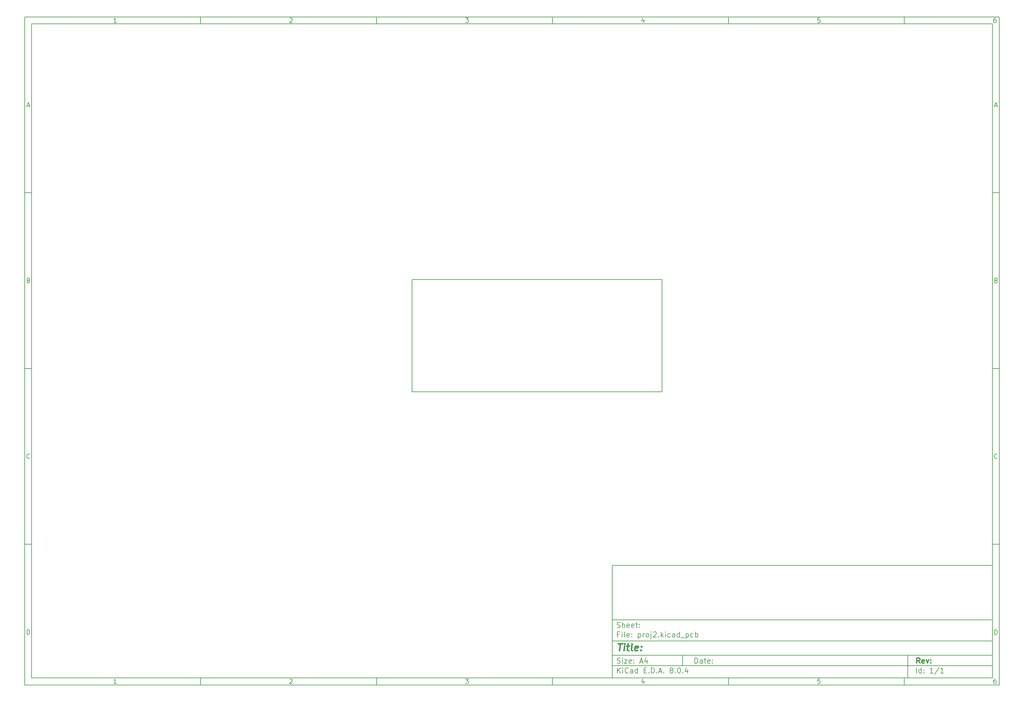
<source format=gbr>
%TF.GenerationSoftware,KiCad,Pcbnew,8.0.4*%
%TF.CreationDate,2024-08-19T20:12:36-04:00*%
%TF.ProjectId,proj2,70726f6a-322e-46b6-9963-61645f706362,rev?*%
%TF.SameCoordinates,Original*%
%TF.FileFunction,Profile,NP*%
%FSLAX46Y46*%
G04 Gerber Fmt 4.6, Leading zero omitted, Abs format (unit mm)*
G04 Created by KiCad (PCBNEW 8.0.4) date 2024-08-19 20:12:36*
%MOMM*%
%LPD*%
G01*
G04 APERTURE LIST*
%ADD10C,0.100000*%
%ADD11C,0.150000*%
%ADD12C,0.300000*%
%ADD13C,0.400000*%
%TA.AperFunction,Profile*%
%ADD14C,0.200000*%
%TD*%
G04 APERTURE END LIST*
D10*
D11*
X177002200Y-166007200D02*
X285002200Y-166007200D01*
X285002200Y-198007200D01*
X177002200Y-198007200D01*
X177002200Y-166007200D01*
D10*
D11*
X10000000Y-10000000D02*
X287002200Y-10000000D01*
X287002200Y-200007200D01*
X10000000Y-200007200D01*
X10000000Y-10000000D01*
D10*
D11*
X12000000Y-12000000D02*
X285002200Y-12000000D01*
X285002200Y-198007200D01*
X12000000Y-198007200D01*
X12000000Y-12000000D01*
D10*
D11*
X60000000Y-12000000D02*
X60000000Y-10000000D01*
D10*
D11*
X110000000Y-12000000D02*
X110000000Y-10000000D01*
D10*
D11*
X160000000Y-12000000D02*
X160000000Y-10000000D01*
D10*
D11*
X210000000Y-12000000D02*
X210000000Y-10000000D01*
D10*
D11*
X260000000Y-12000000D02*
X260000000Y-10000000D01*
D10*
D11*
X36089160Y-11593604D02*
X35346303Y-11593604D01*
X35717731Y-11593604D02*
X35717731Y-10293604D01*
X35717731Y-10293604D02*
X35593922Y-10479319D01*
X35593922Y-10479319D02*
X35470112Y-10603128D01*
X35470112Y-10603128D02*
X35346303Y-10665033D01*
D10*
D11*
X85346303Y-10417414D02*
X85408207Y-10355509D01*
X85408207Y-10355509D02*
X85532017Y-10293604D01*
X85532017Y-10293604D02*
X85841541Y-10293604D01*
X85841541Y-10293604D02*
X85965350Y-10355509D01*
X85965350Y-10355509D02*
X86027255Y-10417414D01*
X86027255Y-10417414D02*
X86089160Y-10541223D01*
X86089160Y-10541223D02*
X86089160Y-10665033D01*
X86089160Y-10665033D02*
X86027255Y-10850747D01*
X86027255Y-10850747D02*
X85284398Y-11593604D01*
X85284398Y-11593604D02*
X86089160Y-11593604D01*
D10*
D11*
X135284398Y-10293604D02*
X136089160Y-10293604D01*
X136089160Y-10293604D02*
X135655826Y-10788842D01*
X135655826Y-10788842D02*
X135841541Y-10788842D01*
X135841541Y-10788842D02*
X135965350Y-10850747D01*
X135965350Y-10850747D02*
X136027255Y-10912652D01*
X136027255Y-10912652D02*
X136089160Y-11036461D01*
X136089160Y-11036461D02*
X136089160Y-11345985D01*
X136089160Y-11345985D02*
X136027255Y-11469795D01*
X136027255Y-11469795D02*
X135965350Y-11531700D01*
X135965350Y-11531700D02*
X135841541Y-11593604D01*
X135841541Y-11593604D02*
X135470112Y-11593604D01*
X135470112Y-11593604D02*
X135346303Y-11531700D01*
X135346303Y-11531700D02*
X135284398Y-11469795D01*
D10*
D11*
X185965350Y-10726938D02*
X185965350Y-11593604D01*
X185655826Y-10231700D02*
X185346303Y-11160271D01*
X185346303Y-11160271D02*
X186151064Y-11160271D01*
D10*
D11*
X236027255Y-10293604D02*
X235408207Y-10293604D01*
X235408207Y-10293604D02*
X235346303Y-10912652D01*
X235346303Y-10912652D02*
X235408207Y-10850747D01*
X235408207Y-10850747D02*
X235532017Y-10788842D01*
X235532017Y-10788842D02*
X235841541Y-10788842D01*
X235841541Y-10788842D02*
X235965350Y-10850747D01*
X235965350Y-10850747D02*
X236027255Y-10912652D01*
X236027255Y-10912652D02*
X236089160Y-11036461D01*
X236089160Y-11036461D02*
X236089160Y-11345985D01*
X236089160Y-11345985D02*
X236027255Y-11469795D01*
X236027255Y-11469795D02*
X235965350Y-11531700D01*
X235965350Y-11531700D02*
X235841541Y-11593604D01*
X235841541Y-11593604D02*
X235532017Y-11593604D01*
X235532017Y-11593604D02*
X235408207Y-11531700D01*
X235408207Y-11531700D02*
X235346303Y-11469795D01*
D10*
D11*
X285965350Y-10293604D02*
X285717731Y-10293604D01*
X285717731Y-10293604D02*
X285593922Y-10355509D01*
X285593922Y-10355509D02*
X285532017Y-10417414D01*
X285532017Y-10417414D02*
X285408207Y-10603128D01*
X285408207Y-10603128D02*
X285346303Y-10850747D01*
X285346303Y-10850747D02*
X285346303Y-11345985D01*
X285346303Y-11345985D02*
X285408207Y-11469795D01*
X285408207Y-11469795D02*
X285470112Y-11531700D01*
X285470112Y-11531700D02*
X285593922Y-11593604D01*
X285593922Y-11593604D02*
X285841541Y-11593604D01*
X285841541Y-11593604D02*
X285965350Y-11531700D01*
X285965350Y-11531700D02*
X286027255Y-11469795D01*
X286027255Y-11469795D02*
X286089160Y-11345985D01*
X286089160Y-11345985D02*
X286089160Y-11036461D01*
X286089160Y-11036461D02*
X286027255Y-10912652D01*
X286027255Y-10912652D02*
X285965350Y-10850747D01*
X285965350Y-10850747D02*
X285841541Y-10788842D01*
X285841541Y-10788842D02*
X285593922Y-10788842D01*
X285593922Y-10788842D02*
X285470112Y-10850747D01*
X285470112Y-10850747D02*
X285408207Y-10912652D01*
X285408207Y-10912652D02*
X285346303Y-11036461D01*
D10*
D11*
X60000000Y-198007200D02*
X60000000Y-200007200D01*
D10*
D11*
X110000000Y-198007200D02*
X110000000Y-200007200D01*
D10*
D11*
X160000000Y-198007200D02*
X160000000Y-200007200D01*
D10*
D11*
X210000000Y-198007200D02*
X210000000Y-200007200D01*
D10*
D11*
X260000000Y-198007200D02*
X260000000Y-200007200D01*
D10*
D11*
X36089160Y-199600804D02*
X35346303Y-199600804D01*
X35717731Y-199600804D02*
X35717731Y-198300804D01*
X35717731Y-198300804D02*
X35593922Y-198486519D01*
X35593922Y-198486519D02*
X35470112Y-198610328D01*
X35470112Y-198610328D02*
X35346303Y-198672233D01*
D10*
D11*
X85346303Y-198424614D02*
X85408207Y-198362709D01*
X85408207Y-198362709D02*
X85532017Y-198300804D01*
X85532017Y-198300804D02*
X85841541Y-198300804D01*
X85841541Y-198300804D02*
X85965350Y-198362709D01*
X85965350Y-198362709D02*
X86027255Y-198424614D01*
X86027255Y-198424614D02*
X86089160Y-198548423D01*
X86089160Y-198548423D02*
X86089160Y-198672233D01*
X86089160Y-198672233D02*
X86027255Y-198857947D01*
X86027255Y-198857947D02*
X85284398Y-199600804D01*
X85284398Y-199600804D02*
X86089160Y-199600804D01*
D10*
D11*
X135284398Y-198300804D02*
X136089160Y-198300804D01*
X136089160Y-198300804D02*
X135655826Y-198796042D01*
X135655826Y-198796042D02*
X135841541Y-198796042D01*
X135841541Y-198796042D02*
X135965350Y-198857947D01*
X135965350Y-198857947D02*
X136027255Y-198919852D01*
X136027255Y-198919852D02*
X136089160Y-199043661D01*
X136089160Y-199043661D02*
X136089160Y-199353185D01*
X136089160Y-199353185D02*
X136027255Y-199476995D01*
X136027255Y-199476995D02*
X135965350Y-199538900D01*
X135965350Y-199538900D02*
X135841541Y-199600804D01*
X135841541Y-199600804D02*
X135470112Y-199600804D01*
X135470112Y-199600804D02*
X135346303Y-199538900D01*
X135346303Y-199538900D02*
X135284398Y-199476995D01*
D10*
D11*
X185965350Y-198734138D02*
X185965350Y-199600804D01*
X185655826Y-198238900D02*
X185346303Y-199167471D01*
X185346303Y-199167471D02*
X186151064Y-199167471D01*
D10*
D11*
X236027255Y-198300804D02*
X235408207Y-198300804D01*
X235408207Y-198300804D02*
X235346303Y-198919852D01*
X235346303Y-198919852D02*
X235408207Y-198857947D01*
X235408207Y-198857947D02*
X235532017Y-198796042D01*
X235532017Y-198796042D02*
X235841541Y-198796042D01*
X235841541Y-198796042D02*
X235965350Y-198857947D01*
X235965350Y-198857947D02*
X236027255Y-198919852D01*
X236027255Y-198919852D02*
X236089160Y-199043661D01*
X236089160Y-199043661D02*
X236089160Y-199353185D01*
X236089160Y-199353185D02*
X236027255Y-199476995D01*
X236027255Y-199476995D02*
X235965350Y-199538900D01*
X235965350Y-199538900D02*
X235841541Y-199600804D01*
X235841541Y-199600804D02*
X235532017Y-199600804D01*
X235532017Y-199600804D02*
X235408207Y-199538900D01*
X235408207Y-199538900D02*
X235346303Y-199476995D01*
D10*
D11*
X285965350Y-198300804D02*
X285717731Y-198300804D01*
X285717731Y-198300804D02*
X285593922Y-198362709D01*
X285593922Y-198362709D02*
X285532017Y-198424614D01*
X285532017Y-198424614D02*
X285408207Y-198610328D01*
X285408207Y-198610328D02*
X285346303Y-198857947D01*
X285346303Y-198857947D02*
X285346303Y-199353185D01*
X285346303Y-199353185D02*
X285408207Y-199476995D01*
X285408207Y-199476995D02*
X285470112Y-199538900D01*
X285470112Y-199538900D02*
X285593922Y-199600804D01*
X285593922Y-199600804D02*
X285841541Y-199600804D01*
X285841541Y-199600804D02*
X285965350Y-199538900D01*
X285965350Y-199538900D02*
X286027255Y-199476995D01*
X286027255Y-199476995D02*
X286089160Y-199353185D01*
X286089160Y-199353185D02*
X286089160Y-199043661D01*
X286089160Y-199043661D02*
X286027255Y-198919852D01*
X286027255Y-198919852D02*
X285965350Y-198857947D01*
X285965350Y-198857947D02*
X285841541Y-198796042D01*
X285841541Y-198796042D02*
X285593922Y-198796042D01*
X285593922Y-198796042D02*
X285470112Y-198857947D01*
X285470112Y-198857947D02*
X285408207Y-198919852D01*
X285408207Y-198919852D02*
X285346303Y-199043661D01*
D10*
D11*
X10000000Y-60000000D02*
X12000000Y-60000000D01*
D10*
D11*
X10000000Y-110000000D02*
X12000000Y-110000000D01*
D10*
D11*
X10000000Y-160000000D02*
X12000000Y-160000000D01*
D10*
D11*
X10690476Y-35222176D02*
X11309523Y-35222176D01*
X10566666Y-35593604D02*
X10999999Y-34293604D01*
X10999999Y-34293604D02*
X11433333Y-35593604D01*
D10*
D11*
X11092857Y-84912652D02*
X11278571Y-84974557D01*
X11278571Y-84974557D02*
X11340476Y-85036461D01*
X11340476Y-85036461D02*
X11402380Y-85160271D01*
X11402380Y-85160271D02*
X11402380Y-85345985D01*
X11402380Y-85345985D02*
X11340476Y-85469795D01*
X11340476Y-85469795D02*
X11278571Y-85531700D01*
X11278571Y-85531700D02*
X11154761Y-85593604D01*
X11154761Y-85593604D02*
X10659523Y-85593604D01*
X10659523Y-85593604D02*
X10659523Y-84293604D01*
X10659523Y-84293604D02*
X11092857Y-84293604D01*
X11092857Y-84293604D02*
X11216666Y-84355509D01*
X11216666Y-84355509D02*
X11278571Y-84417414D01*
X11278571Y-84417414D02*
X11340476Y-84541223D01*
X11340476Y-84541223D02*
X11340476Y-84665033D01*
X11340476Y-84665033D02*
X11278571Y-84788842D01*
X11278571Y-84788842D02*
X11216666Y-84850747D01*
X11216666Y-84850747D02*
X11092857Y-84912652D01*
X11092857Y-84912652D02*
X10659523Y-84912652D01*
D10*
D11*
X11402380Y-135469795D02*
X11340476Y-135531700D01*
X11340476Y-135531700D02*
X11154761Y-135593604D01*
X11154761Y-135593604D02*
X11030952Y-135593604D01*
X11030952Y-135593604D02*
X10845238Y-135531700D01*
X10845238Y-135531700D02*
X10721428Y-135407890D01*
X10721428Y-135407890D02*
X10659523Y-135284080D01*
X10659523Y-135284080D02*
X10597619Y-135036461D01*
X10597619Y-135036461D02*
X10597619Y-134850747D01*
X10597619Y-134850747D02*
X10659523Y-134603128D01*
X10659523Y-134603128D02*
X10721428Y-134479319D01*
X10721428Y-134479319D02*
X10845238Y-134355509D01*
X10845238Y-134355509D02*
X11030952Y-134293604D01*
X11030952Y-134293604D02*
X11154761Y-134293604D01*
X11154761Y-134293604D02*
X11340476Y-134355509D01*
X11340476Y-134355509D02*
X11402380Y-134417414D01*
D10*
D11*
X10659523Y-185593604D02*
X10659523Y-184293604D01*
X10659523Y-184293604D02*
X10969047Y-184293604D01*
X10969047Y-184293604D02*
X11154761Y-184355509D01*
X11154761Y-184355509D02*
X11278571Y-184479319D01*
X11278571Y-184479319D02*
X11340476Y-184603128D01*
X11340476Y-184603128D02*
X11402380Y-184850747D01*
X11402380Y-184850747D02*
X11402380Y-185036461D01*
X11402380Y-185036461D02*
X11340476Y-185284080D01*
X11340476Y-185284080D02*
X11278571Y-185407890D01*
X11278571Y-185407890D02*
X11154761Y-185531700D01*
X11154761Y-185531700D02*
X10969047Y-185593604D01*
X10969047Y-185593604D02*
X10659523Y-185593604D01*
D10*
D11*
X287002200Y-60000000D02*
X285002200Y-60000000D01*
D10*
D11*
X287002200Y-110000000D02*
X285002200Y-110000000D01*
D10*
D11*
X287002200Y-160000000D02*
X285002200Y-160000000D01*
D10*
D11*
X285692676Y-35222176D02*
X286311723Y-35222176D01*
X285568866Y-35593604D02*
X286002199Y-34293604D01*
X286002199Y-34293604D02*
X286435533Y-35593604D01*
D10*
D11*
X286095057Y-84912652D02*
X286280771Y-84974557D01*
X286280771Y-84974557D02*
X286342676Y-85036461D01*
X286342676Y-85036461D02*
X286404580Y-85160271D01*
X286404580Y-85160271D02*
X286404580Y-85345985D01*
X286404580Y-85345985D02*
X286342676Y-85469795D01*
X286342676Y-85469795D02*
X286280771Y-85531700D01*
X286280771Y-85531700D02*
X286156961Y-85593604D01*
X286156961Y-85593604D02*
X285661723Y-85593604D01*
X285661723Y-85593604D02*
X285661723Y-84293604D01*
X285661723Y-84293604D02*
X286095057Y-84293604D01*
X286095057Y-84293604D02*
X286218866Y-84355509D01*
X286218866Y-84355509D02*
X286280771Y-84417414D01*
X286280771Y-84417414D02*
X286342676Y-84541223D01*
X286342676Y-84541223D02*
X286342676Y-84665033D01*
X286342676Y-84665033D02*
X286280771Y-84788842D01*
X286280771Y-84788842D02*
X286218866Y-84850747D01*
X286218866Y-84850747D02*
X286095057Y-84912652D01*
X286095057Y-84912652D02*
X285661723Y-84912652D01*
D10*
D11*
X286404580Y-135469795D02*
X286342676Y-135531700D01*
X286342676Y-135531700D02*
X286156961Y-135593604D01*
X286156961Y-135593604D02*
X286033152Y-135593604D01*
X286033152Y-135593604D02*
X285847438Y-135531700D01*
X285847438Y-135531700D02*
X285723628Y-135407890D01*
X285723628Y-135407890D02*
X285661723Y-135284080D01*
X285661723Y-135284080D02*
X285599819Y-135036461D01*
X285599819Y-135036461D02*
X285599819Y-134850747D01*
X285599819Y-134850747D02*
X285661723Y-134603128D01*
X285661723Y-134603128D02*
X285723628Y-134479319D01*
X285723628Y-134479319D02*
X285847438Y-134355509D01*
X285847438Y-134355509D02*
X286033152Y-134293604D01*
X286033152Y-134293604D02*
X286156961Y-134293604D01*
X286156961Y-134293604D02*
X286342676Y-134355509D01*
X286342676Y-134355509D02*
X286404580Y-134417414D01*
D10*
D11*
X285661723Y-185593604D02*
X285661723Y-184293604D01*
X285661723Y-184293604D02*
X285971247Y-184293604D01*
X285971247Y-184293604D02*
X286156961Y-184355509D01*
X286156961Y-184355509D02*
X286280771Y-184479319D01*
X286280771Y-184479319D02*
X286342676Y-184603128D01*
X286342676Y-184603128D02*
X286404580Y-184850747D01*
X286404580Y-184850747D02*
X286404580Y-185036461D01*
X286404580Y-185036461D02*
X286342676Y-185284080D01*
X286342676Y-185284080D02*
X286280771Y-185407890D01*
X286280771Y-185407890D02*
X286156961Y-185531700D01*
X286156961Y-185531700D02*
X285971247Y-185593604D01*
X285971247Y-185593604D02*
X285661723Y-185593604D01*
D10*
D11*
X200458026Y-193793328D02*
X200458026Y-192293328D01*
X200458026Y-192293328D02*
X200815169Y-192293328D01*
X200815169Y-192293328D02*
X201029455Y-192364757D01*
X201029455Y-192364757D02*
X201172312Y-192507614D01*
X201172312Y-192507614D02*
X201243741Y-192650471D01*
X201243741Y-192650471D02*
X201315169Y-192936185D01*
X201315169Y-192936185D02*
X201315169Y-193150471D01*
X201315169Y-193150471D02*
X201243741Y-193436185D01*
X201243741Y-193436185D02*
X201172312Y-193579042D01*
X201172312Y-193579042D02*
X201029455Y-193721900D01*
X201029455Y-193721900D02*
X200815169Y-193793328D01*
X200815169Y-193793328D02*
X200458026Y-193793328D01*
X202600884Y-193793328D02*
X202600884Y-193007614D01*
X202600884Y-193007614D02*
X202529455Y-192864757D01*
X202529455Y-192864757D02*
X202386598Y-192793328D01*
X202386598Y-192793328D02*
X202100884Y-192793328D01*
X202100884Y-192793328D02*
X201958026Y-192864757D01*
X202600884Y-193721900D02*
X202458026Y-193793328D01*
X202458026Y-193793328D02*
X202100884Y-193793328D01*
X202100884Y-193793328D02*
X201958026Y-193721900D01*
X201958026Y-193721900D02*
X201886598Y-193579042D01*
X201886598Y-193579042D02*
X201886598Y-193436185D01*
X201886598Y-193436185D02*
X201958026Y-193293328D01*
X201958026Y-193293328D02*
X202100884Y-193221900D01*
X202100884Y-193221900D02*
X202458026Y-193221900D01*
X202458026Y-193221900D02*
X202600884Y-193150471D01*
X203100884Y-192793328D02*
X203672312Y-192793328D01*
X203315169Y-192293328D02*
X203315169Y-193579042D01*
X203315169Y-193579042D02*
X203386598Y-193721900D01*
X203386598Y-193721900D02*
X203529455Y-193793328D01*
X203529455Y-193793328D02*
X203672312Y-193793328D01*
X204743741Y-193721900D02*
X204600884Y-193793328D01*
X204600884Y-193793328D02*
X204315170Y-193793328D01*
X204315170Y-193793328D02*
X204172312Y-193721900D01*
X204172312Y-193721900D02*
X204100884Y-193579042D01*
X204100884Y-193579042D02*
X204100884Y-193007614D01*
X204100884Y-193007614D02*
X204172312Y-192864757D01*
X204172312Y-192864757D02*
X204315170Y-192793328D01*
X204315170Y-192793328D02*
X204600884Y-192793328D01*
X204600884Y-192793328D02*
X204743741Y-192864757D01*
X204743741Y-192864757D02*
X204815170Y-193007614D01*
X204815170Y-193007614D02*
X204815170Y-193150471D01*
X204815170Y-193150471D02*
X204100884Y-193293328D01*
X205458026Y-193650471D02*
X205529455Y-193721900D01*
X205529455Y-193721900D02*
X205458026Y-193793328D01*
X205458026Y-193793328D02*
X205386598Y-193721900D01*
X205386598Y-193721900D02*
X205458026Y-193650471D01*
X205458026Y-193650471D02*
X205458026Y-193793328D01*
X205458026Y-192864757D02*
X205529455Y-192936185D01*
X205529455Y-192936185D02*
X205458026Y-193007614D01*
X205458026Y-193007614D02*
X205386598Y-192936185D01*
X205386598Y-192936185D02*
X205458026Y-192864757D01*
X205458026Y-192864757D02*
X205458026Y-193007614D01*
D10*
D11*
X177002200Y-194507200D02*
X285002200Y-194507200D01*
D10*
D11*
X178458026Y-196593328D02*
X178458026Y-195093328D01*
X179315169Y-196593328D02*
X178672312Y-195736185D01*
X179315169Y-195093328D02*
X178458026Y-195950471D01*
X179958026Y-196593328D02*
X179958026Y-195593328D01*
X179958026Y-195093328D02*
X179886598Y-195164757D01*
X179886598Y-195164757D02*
X179958026Y-195236185D01*
X179958026Y-195236185D02*
X180029455Y-195164757D01*
X180029455Y-195164757D02*
X179958026Y-195093328D01*
X179958026Y-195093328D02*
X179958026Y-195236185D01*
X181529455Y-196450471D02*
X181458027Y-196521900D01*
X181458027Y-196521900D02*
X181243741Y-196593328D01*
X181243741Y-196593328D02*
X181100884Y-196593328D01*
X181100884Y-196593328D02*
X180886598Y-196521900D01*
X180886598Y-196521900D02*
X180743741Y-196379042D01*
X180743741Y-196379042D02*
X180672312Y-196236185D01*
X180672312Y-196236185D02*
X180600884Y-195950471D01*
X180600884Y-195950471D02*
X180600884Y-195736185D01*
X180600884Y-195736185D02*
X180672312Y-195450471D01*
X180672312Y-195450471D02*
X180743741Y-195307614D01*
X180743741Y-195307614D02*
X180886598Y-195164757D01*
X180886598Y-195164757D02*
X181100884Y-195093328D01*
X181100884Y-195093328D02*
X181243741Y-195093328D01*
X181243741Y-195093328D02*
X181458027Y-195164757D01*
X181458027Y-195164757D02*
X181529455Y-195236185D01*
X182815170Y-196593328D02*
X182815170Y-195807614D01*
X182815170Y-195807614D02*
X182743741Y-195664757D01*
X182743741Y-195664757D02*
X182600884Y-195593328D01*
X182600884Y-195593328D02*
X182315170Y-195593328D01*
X182315170Y-195593328D02*
X182172312Y-195664757D01*
X182815170Y-196521900D02*
X182672312Y-196593328D01*
X182672312Y-196593328D02*
X182315170Y-196593328D01*
X182315170Y-196593328D02*
X182172312Y-196521900D01*
X182172312Y-196521900D02*
X182100884Y-196379042D01*
X182100884Y-196379042D02*
X182100884Y-196236185D01*
X182100884Y-196236185D02*
X182172312Y-196093328D01*
X182172312Y-196093328D02*
X182315170Y-196021900D01*
X182315170Y-196021900D02*
X182672312Y-196021900D01*
X182672312Y-196021900D02*
X182815170Y-195950471D01*
X184172313Y-196593328D02*
X184172313Y-195093328D01*
X184172313Y-196521900D02*
X184029455Y-196593328D01*
X184029455Y-196593328D02*
X183743741Y-196593328D01*
X183743741Y-196593328D02*
X183600884Y-196521900D01*
X183600884Y-196521900D02*
X183529455Y-196450471D01*
X183529455Y-196450471D02*
X183458027Y-196307614D01*
X183458027Y-196307614D02*
X183458027Y-195879042D01*
X183458027Y-195879042D02*
X183529455Y-195736185D01*
X183529455Y-195736185D02*
X183600884Y-195664757D01*
X183600884Y-195664757D02*
X183743741Y-195593328D01*
X183743741Y-195593328D02*
X184029455Y-195593328D01*
X184029455Y-195593328D02*
X184172313Y-195664757D01*
X186029455Y-195807614D02*
X186529455Y-195807614D01*
X186743741Y-196593328D02*
X186029455Y-196593328D01*
X186029455Y-196593328D02*
X186029455Y-195093328D01*
X186029455Y-195093328D02*
X186743741Y-195093328D01*
X187386598Y-196450471D02*
X187458027Y-196521900D01*
X187458027Y-196521900D02*
X187386598Y-196593328D01*
X187386598Y-196593328D02*
X187315170Y-196521900D01*
X187315170Y-196521900D02*
X187386598Y-196450471D01*
X187386598Y-196450471D02*
X187386598Y-196593328D01*
X188100884Y-196593328D02*
X188100884Y-195093328D01*
X188100884Y-195093328D02*
X188458027Y-195093328D01*
X188458027Y-195093328D02*
X188672313Y-195164757D01*
X188672313Y-195164757D02*
X188815170Y-195307614D01*
X188815170Y-195307614D02*
X188886599Y-195450471D01*
X188886599Y-195450471D02*
X188958027Y-195736185D01*
X188958027Y-195736185D02*
X188958027Y-195950471D01*
X188958027Y-195950471D02*
X188886599Y-196236185D01*
X188886599Y-196236185D02*
X188815170Y-196379042D01*
X188815170Y-196379042D02*
X188672313Y-196521900D01*
X188672313Y-196521900D02*
X188458027Y-196593328D01*
X188458027Y-196593328D02*
X188100884Y-196593328D01*
X189600884Y-196450471D02*
X189672313Y-196521900D01*
X189672313Y-196521900D02*
X189600884Y-196593328D01*
X189600884Y-196593328D02*
X189529456Y-196521900D01*
X189529456Y-196521900D02*
X189600884Y-196450471D01*
X189600884Y-196450471D02*
X189600884Y-196593328D01*
X190243742Y-196164757D02*
X190958028Y-196164757D01*
X190100885Y-196593328D02*
X190600885Y-195093328D01*
X190600885Y-195093328D02*
X191100885Y-196593328D01*
X191600884Y-196450471D02*
X191672313Y-196521900D01*
X191672313Y-196521900D02*
X191600884Y-196593328D01*
X191600884Y-196593328D02*
X191529456Y-196521900D01*
X191529456Y-196521900D02*
X191600884Y-196450471D01*
X191600884Y-196450471D02*
X191600884Y-196593328D01*
X193672313Y-195736185D02*
X193529456Y-195664757D01*
X193529456Y-195664757D02*
X193458027Y-195593328D01*
X193458027Y-195593328D02*
X193386599Y-195450471D01*
X193386599Y-195450471D02*
X193386599Y-195379042D01*
X193386599Y-195379042D02*
X193458027Y-195236185D01*
X193458027Y-195236185D02*
X193529456Y-195164757D01*
X193529456Y-195164757D02*
X193672313Y-195093328D01*
X193672313Y-195093328D02*
X193958027Y-195093328D01*
X193958027Y-195093328D02*
X194100885Y-195164757D01*
X194100885Y-195164757D02*
X194172313Y-195236185D01*
X194172313Y-195236185D02*
X194243742Y-195379042D01*
X194243742Y-195379042D02*
X194243742Y-195450471D01*
X194243742Y-195450471D02*
X194172313Y-195593328D01*
X194172313Y-195593328D02*
X194100885Y-195664757D01*
X194100885Y-195664757D02*
X193958027Y-195736185D01*
X193958027Y-195736185D02*
X193672313Y-195736185D01*
X193672313Y-195736185D02*
X193529456Y-195807614D01*
X193529456Y-195807614D02*
X193458027Y-195879042D01*
X193458027Y-195879042D02*
X193386599Y-196021900D01*
X193386599Y-196021900D02*
X193386599Y-196307614D01*
X193386599Y-196307614D02*
X193458027Y-196450471D01*
X193458027Y-196450471D02*
X193529456Y-196521900D01*
X193529456Y-196521900D02*
X193672313Y-196593328D01*
X193672313Y-196593328D02*
X193958027Y-196593328D01*
X193958027Y-196593328D02*
X194100885Y-196521900D01*
X194100885Y-196521900D02*
X194172313Y-196450471D01*
X194172313Y-196450471D02*
X194243742Y-196307614D01*
X194243742Y-196307614D02*
X194243742Y-196021900D01*
X194243742Y-196021900D02*
X194172313Y-195879042D01*
X194172313Y-195879042D02*
X194100885Y-195807614D01*
X194100885Y-195807614D02*
X193958027Y-195736185D01*
X194886598Y-196450471D02*
X194958027Y-196521900D01*
X194958027Y-196521900D02*
X194886598Y-196593328D01*
X194886598Y-196593328D02*
X194815170Y-196521900D01*
X194815170Y-196521900D02*
X194886598Y-196450471D01*
X194886598Y-196450471D02*
X194886598Y-196593328D01*
X195886599Y-195093328D02*
X196029456Y-195093328D01*
X196029456Y-195093328D02*
X196172313Y-195164757D01*
X196172313Y-195164757D02*
X196243742Y-195236185D01*
X196243742Y-195236185D02*
X196315170Y-195379042D01*
X196315170Y-195379042D02*
X196386599Y-195664757D01*
X196386599Y-195664757D02*
X196386599Y-196021900D01*
X196386599Y-196021900D02*
X196315170Y-196307614D01*
X196315170Y-196307614D02*
X196243742Y-196450471D01*
X196243742Y-196450471D02*
X196172313Y-196521900D01*
X196172313Y-196521900D02*
X196029456Y-196593328D01*
X196029456Y-196593328D02*
X195886599Y-196593328D01*
X195886599Y-196593328D02*
X195743742Y-196521900D01*
X195743742Y-196521900D02*
X195672313Y-196450471D01*
X195672313Y-196450471D02*
X195600884Y-196307614D01*
X195600884Y-196307614D02*
X195529456Y-196021900D01*
X195529456Y-196021900D02*
X195529456Y-195664757D01*
X195529456Y-195664757D02*
X195600884Y-195379042D01*
X195600884Y-195379042D02*
X195672313Y-195236185D01*
X195672313Y-195236185D02*
X195743742Y-195164757D01*
X195743742Y-195164757D02*
X195886599Y-195093328D01*
X197029455Y-196450471D02*
X197100884Y-196521900D01*
X197100884Y-196521900D02*
X197029455Y-196593328D01*
X197029455Y-196593328D02*
X196958027Y-196521900D01*
X196958027Y-196521900D02*
X197029455Y-196450471D01*
X197029455Y-196450471D02*
X197029455Y-196593328D01*
X198386599Y-195593328D02*
X198386599Y-196593328D01*
X198029456Y-195021900D02*
X197672313Y-196093328D01*
X197672313Y-196093328D02*
X198600884Y-196093328D01*
D10*
D11*
X177002200Y-191507200D02*
X285002200Y-191507200D01*
D10*
D12*
X264413853Y-193785528D02*
X263913853Y-193071242D01*
X263556710Y-193785528D02*
X263556710Y-192285528D01*
X263556710Y-192285528D02*
X264128139Y-192285528D01*
X264128139Y-192285528D02*
X264270996Y-192356957D01*
X264270996Y-192356957D02*
X264342425Y-192428385D01*
X264342425Y-192428385D02*
X264413853Y-192571242D01*
X264413853Y-192571242D02*
X264413853Y-192785528D01*
X264413853Y-192785528D02*
X264342425Y-192928385D01*
X264342425Y-192928385D02*
X264270996Y-192999814D01*
X264270996Y-192999814D02*
X264128139Y-193071242D01*
X264128139Y-193071242D02*
X263556710Y-193071242D01*
X265628139Y-193714100D02*
X265485282Y-193785528D01*
X265485282Y-193785528D02*
X265199568Y-193785528D01*
X265199568Y-193785528D02*
X265056710Y-193714100D01*
X265056710Y-193714100D02*
X264985282Y-193571242D01*
X264985282Y-193571242D02*
X264985282Y-192999814D01*
X264985282Y-192999814D02*
X265056710Y-192856957D01*
X265056710Y-192856957D02*
X265199568Y-192785528D01*
X265199568Y-192785528D02*
X265485282Y-192785528D01*
X265485282Y-192785528D02*
X265628139Y-192856957D01*
X265628139Y-192856957D02*
X265699568Y-192999814D01*
X265699568Y-192999814D02*
X265699568Y-193142671D01*
X265699568Y-193142671D02*
X264985282Y-193285528D01*
X266199567Y-192785528D02*
X266556710Y-193785528D01*
X266556710Y-193785528D02*
X266913853Y-192785528D01*
X267485281Y-193642671D02*
X267556710Y-193714100D01*
X267556710Y-193714100D02*
X267485281Y-193785528D01*
X267485281Y-193785528D02*
X267413853Y-193714100D01*
X267413853Y-193714100D02*
X267485281Y-193642671D01*
X267485281Y-193642671D02*
X267485281Y-193785528D01*
X267485281Y-192856957D02*
X267556710Y-192928385D01*
X267556710Y-192928385D02*
X267485281Y-192999814D01*
X267485281Y-192999814D02*
X267413853Y-192928385D01*
X267413853Y-192928385D02*
X267485281Y-192856957D01*
X267485281Y-192856957D02*
X267485281Y-192999814D01*
D10*
D11*
X178386598Y-193721900D02*
X178600884Y-193793328D01*
X178600884Y-193793328D02*
X178958026Y-193793328D01*
X178958026Y-193793328D02*
X179100884Y-193721900D01*
X179100884Y-193721900D02*
X179172312Y-193650471D01*
X179172312Y-193650471D02*
X179243741Y-193507614D01*
X179243741Y-193507614D02*
X179243741Y-193364757D01*
X179243741Y-193364757D02*
X179172312Y-193221900D01*
X179172312Y-193221900D02*
X179100884Y-193150471D01*
X179100884Y-193150471D02*
X178958026Y-193079042D01*
X178958026Y-193079042D02*
X178672312Y-193007614D01*
X178672312Y-193007614D02*
X178529455Y-192936185D01*
X178529455Y-192936185D02*
X178458026Y-192864757D01*
X178458026Y-192864757D02*
X178386598Y-192721900D01*
X178386598Y-192721900D02*
X178386598Y-192579042D01*
X178386598Y-192579042D02*
X178458026Y-192436185D01*
X178458026Y-192436185D02*
X178529455Y-192364757D01*
X178529455Y-192364757D02*
X178672312Y-192293328D01*
X178672312Y-192293328D02*
X179029455Y-192293328D01*
X179029455Y-192293328D02*
X179243741Y-192364757D01*
X179886597Y-193793328D02*
X179886597Y-192793328D01*
X179886597Y-192293328D02*
X179815169Y-192364757D01*
X179815169Y-192364757D02*
X179886597Y-192436185D01*
X179886597Y-192436185D02*
X179958026Y-192364757D01*
X179958026Y-192364757D02*
X179886597Y-192293328D01*
X179886597Y-192293328D02*
X179886597Y-192436185D01*
X180458026Y-192793328D02*
X181243741Y-192793328D01*
X181243741Y-192793328D02*
X180458026Y-193793328D01*
X180458026Y-193793328D02*
X181243741Y-193793328D01*
X182386598Y-193721900D02*
X182243741Y-193793328D01*
X182243741Y-193793328D02*
X181958027Y-193793328D01*
X181958027Y-193793328D02*
X181815169Y-193721900D01*
X181815169Y-193721900D02*
X181743741Y-193579042D01*
X181743741Y-193579042D02*
X181743741Y-193007614D01*
X181743741Y-193007614D02*
X181815169Y-192864757D01*
X181815169Y-192864757D02*
X181958027Y-192793328D01*
X181958027Y-192793328D02*
X182243741Y-192793328D01*
X182243741Y-192793328D02*
X182386598Y-192864757D01*
X182386598Y-192864757D02*
X182458027Y-193007614D01*
X182458027Y-193007614D02*
X182458027Y-193150471D01*
X182458027Y-193150471D02*
X181743741Y-193293328D01*
X183100883Y-193650471D02*
X183172312Y-193721900D01*
X183172312Y-193721900D02*
X183100883Y-193793328D01*
X183100883Y-193793328D02*
X183029455Y-193721900D01*
X183029455Y-193721900D02*
X183100883Y-193650471D01*
X183100883Y-193650471D02*
X183100883Y-193793328D01*
X183100883Y-192864757D02*
X183172312Y-192936185D01*
X183172312Y-192936185D02*
X183100883Y-193007614D01*
X183100883Y-193007614D02*
X183029455Y-192936185D01*
X183029455Y-192936185D02*
X183100883Y-192864757D01*
X183100883Y-192864757D02*
X183100883Y-193007614D01*
X184886598Y-193364757D02*
X185600884Y-193364757D01*
X184743741Y-193793328D02*
X185243741Y-192293328D01*
X185243741Y-192293328D02*
X185743741Y-193793328D01*
X186886598Y-192793328D02*
X186886598Y-193793328D01*
X186529455Y-192221900D02*
X186172312Y-193293328D01*
X186172312Y-193293328D02*
X187100883Y-193293328D01*
D10*
D11*
X263458026Y-196593328D02*
X263458026Y-195093328D01*
X264815170Y-196593328D02*
X264815170Y-195093328D01*
X264815170Y-196521900D02*
X264672312Y-196593328D01*
X264672312Y-196593328D02*
X264386598Y-196593328D01*
X264386598Y-196593328D02*
X264243741Y-196521900D01*
X264243741Y-196521900D02*
X264172312Y-196450471D01*
X264172312Y-196450471D02*
X264100884Y-196307614D01*
X264100884Y-196307614D02*
X264100884Y-195879042D01*
X264100884Y-195879042D02*
X264172312Y-195736185D01*
X264172312Y-195736185D02*
X264243741Y-195664757D01*
X264243741Y-195664757D02*
X264386598Y-195593328D01*
X264386598Y-195593328D02*
X264672312Y-195593328D01*
X264672312Y-195593328D02*
X264815170Y-195664757D01*
X265529455Y-196450471D02*
X265600884Y-196521900D01*
X265600884Y-196521900D02*
X265529455Y-196593328D01*
X265529455Y-196593328D02*
X265458027Y-196521900D01*
X265458027Y-196521900D02*
X265529455Y-196450471D01*
X265529455Y-196450471D02*
X265529455Y-196593328D01*
X265529455Y-195664757D02*
X265600884Y-195736185D01*
X265600884Y-195736185D02*
X265529455Y-195807614D01*
X265529455Y-195807614D02*
X265458027Y-195736185D01*
X265458027Y-195736185D02*
X265529455Y-195664757D01*
X265529455Y-195664757D02*
X265529455Y-195807614D01*
X268172313Y-196593328D02*
X267315170Y-196593328D01*
X267743741Y-196593328D02*
X267743741Y-195093328D01*
X267743741Y-195093328D02*
X267600884Y-195307614D01*
X267600884Y-195307614D02*
X267458027Y-195450471D01*
X267458027Y-195450471D02*
X267315170Y-195521900D01*
X269886598Y-195021900D02*
X268600884Y-196950471D01*
X271172313Y-196593328D02*
X270315170Y-196593328D01*
X270743741Y-196593328D02*
X270743741Y-195093328D01*
X270743741Y-195093328D02*
X270600884Y-195307614D01*
X270600884Y-195307614D02*
X270458027Y-195450471D01*
X270458027Y-195450471D02*
X270315170Y-195521900D01*
D10*
D11*
X177002200Y-187507200D02*
X285002200Y-187507200D01*
D10*
D13*
X178693928Y-188211638D02*
X179836785Y-188211638D01*
X179015357Y-190211638D02*
X179265357Y-188211638D01*
X180253452Y-190211638D02*
X180420119Y-188878304D01*
X180503452Y-188211638D02*
X180396309Y-188306876D01*
X180396309Y-188306876D02*
X180479643Y-188402114D01*
X180479643Y-188402114D02*
X180586786Y-188306876D01*
X180586786Y-188306876D02*
X180503452Y-188211638D01*
X180503452Y-188211638D02*
X180479643Y-188402114D01*
X181086786Y-188878304D02*
X181848690Y-188878304D01*
X181455833Y-188211638D02*
X181241548Y-189925923D01*
X181241548Y-189925923D02*
X181312976Y-190116400D01*
X181312976Y-190116400D02*
X181491548Y-190211638D01*
X181491548Y-190211638D02*
X181682024Y-190211638D01*
X182634405Y-190211638D02*
X182455833Y-190116400D01*
X182455833Y-190116400D02*
X182384405Y-189925923D01*
X182384405Y-189925923D02*
X182598690Y-188211638D01*
X184170119Y-190116400D02*
X183967738Y-190211638D01*
X183967738Y-190211638D02*
X183586785Y-190211638D01*
X183586785Y-190211638D02*
X183408214Y-190116400D01*
X183408214Y-190116400D02*
X183336785Y-189925923D01*
X183336785Y-189925923D02*
X183432024Y-189164019D01*
X183432024Y-189164019D02*
X183551071Y-188973542D01*
X183551071Y-188973542D02*
X183753452Y-188878304D01*
X183753452Y-188878304D02*
X184134404Y-188878304D01*
X184134404Y-188878304D02*
X184312976Y-188973542D01*
X184312976Y-188973542D02*
X184384404Y-189164019D01*
X184384404Y-189164019D02*
X184360595Y-189354495D01*
X184360595Y-189354495D02*
X183384404Y-189544971D01*
X185134405Y-190021161D02*
X185217738Y-190116400D01*
X185217738Y-190116400D02*
X185110595Y-190211638D01*
X185110595Y-190211638D02*
X185027262Y-190116400D01*
X185027262Y-190116400D02*
X185134405Y-190021161D01*
X185134405Y-190021161D02*
X185110595Y-190211638D01*
X185265357Y-188973542D02*
X185348690Y-189068780D01*
X185348690Y-189068780D02*
X185241548Y-189164019D01*
X185241548Y-189164019D02*
X185158214Y-189068780D01*
X185158214Y-189068780D02*
X185265357Y-188973542D01*
X185265357Y-188973542D02*
X185241548Y-189164019D01*
D10*
D11*
X178958026Y-185607614D02*
X178458026Y-185607614D01*
X178458026Y-186393328D02*
X178458026Y-184893328D01*
X178458026Y-184893328D02*
X179172312Y-184893328D01*
X179743740Y-186393328D02*
X179743740Y-185393328D01*
X179743740Y-184893328D02*
X179672312Y-184964757D01*
X179672312Y-184964757D02*
X179743740Y-185036185D01*
X179743740Y-185036185D02*
X179815169Y-184964757D01*
X179815169Y-184964757D02*
X179743740Y-184893328D01*
X179743740Y-184893328D02*
X179743740Y-185036185D01*
X180672312Y-186393328D02*
X180529455Y-186321900D01*
X180529455Y-186321900D02*
X180458026Y-186179042D01*
X180458026Y-186179042D02*
X180458026Y-184893328D01*
X181815169Y-186321900D02*
X181672312Y-186393328D01*
X181672312Y-186393328D02*
X181386598Y-186393328D01*
X181386598Y-186393328D02*
X181243740Y-186321900D01*
X181243740Y-186321900D02*
X181172312Y-186179042D01*
X181172312Y-186179042D02*
X181172312Y-185607614D01*
X181172312Y-185607614D02*
X181243740Y-185464757D01*
X181243740Y-185464757D02*
X181386598Y-185393328D01*
X181386598Y-185393328D02*
X181672312Y-185393328D01*
X181672312Y-185393328D02*
X181815169Y-185464757D01*
X181815169Y-185464757D02*
X181886598Y-185607614D01*
X181886598Y-185607614D02*
X181886598Y-185750471D01*
X181886598Y-185750471D02*
X181172312Y-185893328D01*
X182529454Y-186250471D02*
X182600883Y-186321900D01*
X182600883Y-186321900D02*
X182529454Y-186393328D01*
X182529454Y-186393328D02*
X182458026Y-186321900D01*
X182458026Y-186321900D02*
X182529454Y-186250471D01*
X182529454Y-186250471D02*
X182529454Y-186393328D01*
X182529454Y-185464757D02*
X182600883Y-185536185D01*
X182600883Y-185536185D02*
X182529454Y-185607614D01*
X182529454Y-185607614D02*
X182458026Y-185536185D01*
X182458026Y-185536185D02*
X182529454Y-185464757D01*
X182529454Y-185464757D02*
X182529454Y-185607614D01*
X184386597Y-185393328D02*
X184386597Y-186893328D01*
X184386597Y-185464757D02*
X184529455Y-185393328D01*
X184529455Y-185393328D02*
X184815169Y-185393328D01*
X184815169Y-185393328D02*
X184958026Y-185464757D01*
X184958026Y-185464757D02*
X185029455Y-185536185D01*
X185029455Y-185536185D02*
X185100883Y-185679042D01*
X185100883Y-185679042D02*
X185100883Y-186107614D01*
X185100883Y-186107614D02*
X185029455Y-186250471D01*
X185029455Y-186250471D02*
X184958026Y-186321900D01*
X184958026Y-186321900D02*
X184815169Y-186393328D01*
X184815169Y-186393328D02*
X184529455Y-186393328D01*
X184529455Y-186393328D02*
X184386597Y-186321900D01*
X185743740Y-186393328D02*
X185743740Y-185393328D01*
X185743740Y-185679042D02*
X185815169Y-185536185D01*
X185815169Y-185536185D02*
X185886598Y-185464757D01*
X185886598Y-185464757D02*
X186029455Y-185393328D01*
X186029455Y-185393328D02*
X186172312Y-185393328D01*
X186886597Y-186393328D02*
X186743740Y-186321900D01*
X186743740Y-186321900D02*
X186672311Y-186250471D01*
X186672311Y-186250471D02*
X186600883Y-186107614D01*
X186600883Y-186107614D02*
X186600883Y-185679042D01*
X186600883Y-185679042D02*
X186672311Y-185536185D01*
X186672311Y-185536185D02*
X186743740Y-185464757D01*
X186743740Y-185464757D02*
X186886597Y-185393328D01*
X186886597Y-185393328D02*
X187100883Y-185393328D01*
X187100883Y-185393328D02*
X187243740Y-185464757D01*
X187243740Y-185464757D02*
X187315169Y-185536185D01*
X187315169Y-185536185D02*
X187386597Y-185679042D01*
X187386597Y-185679042D02*
X187386597Y-186107614D01*
X187386597Y-186107614D02*
X187315169Y-186250471D01*
X187315169Y-186250471D02*
X187243740Y-186321900D01*
X187243740Y-186321900D02*
X187100883Y-186393328D01*
X187100883Y-186393328D02*
X186886597Y-186393328D01*
X188029454Y-185393328D02*
X188029454Y-186679042D01*
X188029454Y-186679042D02*
X187958026Y-186821900D01*
X187958026Y-186821900D02*
X187815169Y-186893328D01*
X187815169Y-186893328D02*
X187743740Y-186893328D01*
X188029454Y-184893328D02*
X187958026Y-184964757D01*
X187958026Y-184964757D02*
X188029454Y-185036185D01*
X188029454Y-185036185D02*
X188100883Y-184964757D01*
X188100883Y-184964757D02*
X188029454Y-184893328D01*
X188029454Y-184893328D02*
X188029454Y-185036185D01*
X188672312Y-185036185D02*
X188743740Y-184964757D01*
X188743740Y-184964757D02*
X188886598Y-184893328D01*
X188886598Y-184893328D02*
X189243740Y-184893328D01*
X189243740Y-184893328D02*
X189386598Y-184964757D01*
X189386598Y-184964757D02*
X189458026Y-185036185D01*
X189458026Y-185036185D02*
X189529455Y-185179042D01*
X189529455Y-185179042D02*
X189529455Y-185321900D01*
X189529455Y-185321900D02*
X189458026Y-185536185D01*
X189458026Y-185536185D02*
X188600883Y-186393328D01*
X188600883Y-186393328D02*
X189529455Y-186393328D01*
X190172311Y-186250471D02*
X190243740Y-186321900D01*
X190243740Y-186321900D02*
X190172311Y-186393328D01*
X190172311Y-186393328D02*
X190100883Y-186321900D01*
X190100883Y-186321900D02*
X190172311Y-186250471D01*
X190172311Y-186250471D02*
X190172311Y-186393328D01*
X190886597Y-186393328D02*
X190886597Y-184893328D01*
X191029455Y-185821900D02*
X191458026Y-186393328D01*
X191458026Y-185393328D02*
X190886597Y-185964757D01*
X192100883Y-186393328D02*
X192100883Y-185393328D01*
X192100883Y-184893328D02*
X192029455Y-184964757D01*
X192029455Y-184964757D02*
X192100883Y-185036185D01*
X192100883Y-185036185D02*
X192172312Y-184964757D01*
X192172312Y-184964757D02*
X192100883Y-184893328D01*
X192100883Y-184893328D02*
X192100883Y-185036185D01*
X193458027Y-186321900D02*
X193315169Y-186393328D01*
X193315169Y-186393328D02*
X193029455Y-186393328D01*
X193029455Y-186393328D02*
X192886598Y-186321900D01*
X192886598Y-186321900D02*
X192815169Y-186250471D01*
X192815169Y-186250471D02*
X192743741Y-186107614D01*
X192743741Y-186107614D02*
X192743741Y-185679042D01*
X192743741Y-185679042D02*
X192815169Y-185536185D01*
X192815169Y-185536185D02*
X192886598Y-185464757D01*
X192886598Y-185464757D02*
X193029455Y-185393328D01*
X193029455Y-185393328D02*
X193315169Y-185393328D01*
X193315169Y-185393328D02*
X193458027Y-185464757D01*
X194743741Y-186393328D02*
X194743741Y-185607614D01*
X194743741Y-185607614D02*
X194672312Y-185464757D01*
X194672312Y-185464757D02*
X194529455Y-185393328D01*
X194529455Y-185393328D02*
X194243741Y-185393328D01*
X194243741Y-185393328D02*
X194100883Y-185464757D01*
X194743741Y-186321900D02*
X194600883Y-186393328D01*
X194600883Y-186393328D02*
X194243741Y-186393328D01*
X194243741Y-186393328D02*
X194100883Y-186321900D01*
X194100883Y-186321900D02*
X194029455Y-186179042D01*
X194029455Y-186179042D02*
X194029455Y-186036185D01*
X194029455Y-186036185D02*
X194100883Y-185893328D01*
X194100883Y-185893328D02*
X194243741Y-185821900D01*
X194243741Y-185821900D02*
X194600883Y-185821900D01*
X194600883Y-185821900D02*
X194743741Y-185750471D01*
X196100884Y-186393328D02*
X196100884Y-184893328D01*
X196100884Y-186321900D02*
X195958026Y-186393328D01*
X195958026Y-186393328D02*
X195672312Y-186393328D01*
X195672312Y-186393328D02*
X195529455Y-186321900D01*
X195529455Y-186321900D02*
X195458026Y-186250471D01*
X195458026Y-186250471D02*
X195386598Y-186107614D01*
X195386598Y-186107614D02*
X195386598Y-185679042D01*
X195386598Y-185679042D02*
X195458026Y-185536185D01*
X195458026Y-185536185D02*
X195529455Y-185464757D01*
X195529455Y-185464757D02*
X195672312Y-185393328D01*
X195672312Y-185393328D02*
X195958026Y-185393328D01*
X195958026Y-185393328D02*
X196100884Y-185464757D01*
X196458027Y-186536185D02*
X197600884Y-186536185D01*
X197958026Y-185393328D02*
X197958026Y-186893328D01*
X197958026Y-185464757D02*
X198100884Y-185393328D01*
X198100884Y-185393328D02*
X198386598Y-185393328D01*
X198386598Y-185393328D02*
X198529455Y-185464757D01*
X198529455Y-185464757D02*
X198600884Y-185536185D01*
X198600884Y-185536185D02*
X198672312Y-185679042D01*
X198672312Y-185679042D02*
X198672312Y-186107614D01*
X198672312Y-186107614D02*
X198600884Y-186250471D01*
X198600884Y-186250471D02*
X198529455Y-186321900D01*
X198529455Y-186321900D02*
X198386598Y-186393328D01*
X198386598Y-186393328D02*
X198100884Y-186393328D01*
X198100884Y-186393328D02*
X197958026Y-186321900D01*
X199958027Y-186321900D02*
X199815169Y-186393328D01*
X199815169Y-186393328D02*
X199529455Y-186393328D01*
X199529455Y-186393328D02*
X199386598Y-186321900D01*
X199386598Y-186321900D02*
X199315169Y-186250471D01*
X199315169Y-186250471D02*
X199243741Y-186107614D01*
X199243741Y-186107614D02*
X199243741Y-185679042D01*
X199243741Y-185679042D02*
X199315169Y-185536185D01*
X199315169Y-185536185D02*
X199386598Y-185464757D01*
X199386598Y-185464757D02*
X199529455Y-185393328D01*
X199529455Y-185393328D02*
X199815169Y-185393328D01*
X199815169Y-185393328D02*
X199958027Y-185464757D01*
X200600883Y-186393328D02*
X200600883Y-184893328D01*
X200600883Y-185464757D02*
X200743741Y-185393328D01*
X200743741Y-185393328D02*
X201029455Y-185393328D01*
X201029455Y-185393328D02*
X201172312Y-185464757D01*
X201172312Y-185464757D02*
X201243741Y-185536185D01*
X201243741Y-185536185D02*
X201315169Y-185679042D01*
X201315169Y-185679042D02*
X201315169Y-186107614D01*
X201315169Y-186107614D02*
X201243741Y-186250471D01*
X201243741Y-186250471D02*
X201172312Y-186321900D01*
X201172312Y-186321900D02*
X201029455Y-186393328D01*
X201029455Y-186393328D02*
X200743741Y-186393328D01*
X200743741Y-186393328D02*
X200600883Y-186321900D01*
D10*
D11*
X177002200Y-181507200D02*
X285002200Y-181507200D01*
D10*
D11*
X178386598Y-183621900D02*
X178600884Y-183693328D01*
X178600884Y-183693328D02*
X178958026Y-183693328D01*
X178958026Y-183693328D02*
X179100884Y-183621900D01*
X179100884Y-183621900D02*
X179172312Y-183550471D01*
X179172312Y-183550471D02*
X179243741Y-183407614D01*
X179243741Y-183407614D02*
X179243741Y-183264757D01*
X179243741Y-183264757D02*
X179172312Y-183121900D01*
X179172312Y-183121900D02*
X179100884Y-183050471D01*
X179100884Y-183050471D02*
X178958026Y-182979042D01*
X178958026Y-182979042D02*
X178672312Y-182907614D01*
X178672312Y-182907614D02*
X178529455Y-182836185D01*
X178529455Y-182836185D02*
X178458026Y-182764757D01*
X178458026Y-182764757D02*
X178386598Y-182621900D01*
X178386598Y-182621900D02*
X178386598Y-182479042D01*
X178386598Y-182479042D02*
X178458026Y-182336185D01*
X178458026Y-182336185D02*
X178529455Y-182264757D01*
X178529455Y-182264757D02*
X178672312Y-182193328D01*
X178672312Y-182193328D02*
X179029455Y-182193328D01*
X179029455Y-182193328D02*
X179243741Y-182264757D01*
X179886597Y-183693328D02*
X179886597Y-182193328D01*
X180529455Y-183693328D02*
X180529455Y-182907614D01*
X180529455Y-182907614D02*
X180458026Y-182764757D01*
X180458026Y-182764757D02*
X180315169Y-182693328D01*
X180315169Y-182693328D02*
X180100883Y-182693328D01*
X180100883Y-182693328D02*
X179958026Y-182764757D01*
X179958026Y-182764757D02*
X179886597Y-182836185D01*
X181815169Y-183621900D02*
X181672312Y-183693328D01*
X181672312Y-183693328D02*
X181386598Y-183693328D01*
X181386598Y-183693328D02*
X181243740Y-183621900D01*
X181243740Y-183621900D02*
X181172312Y-183479042D01*
X181172312Y-183479042D02*
X181172312Y-182907614D01*
X181172312Y-182907614D02*
X181243740Y-182764757D01*
X181243740Y-182764757D02*
X181386598Y-182693328D01*
X181386598Y-182693328D02*
X181672312Y-182693328D01*
X181672312Y-182693328D02*
X181815169Y-182764757D01*
X181815169Y-182764757D02*
X181886598Y-182907614D01*
X181886598Y-182907614D02*
X181886598Y-183050471D01*
X181886598Y-183050471D02*
X181172312Y-183193328D01*
X183100883Y-183621900D02*
X182958026Y-183693328D01*
X182958026Y-183693328D02*
X182672312Y-183693328D01*
X182672312Y-183693328D02*
X182529454Y-183621900D01*
X182529454Y-183621900D02*
X182458026Y-183479042D01*
X182458026Y-183479042D02*
X182458026Y-182907614D01*
X182458026Y-182907614D02*
X182529454Y-182764757D01*
X182529454Y-182764757D02*
X182672312Y-182693328D01*
X182672312Y-182693328D02*
X182958026Y-182693328D01*
X182958026Y-182693328D02*
X183100883Y-182764757D01*
X183100883Y-182764757D02*
X183172312Y-182907614D01*
X183172312Y-182907614D02*
X183172312Y-183050471D01*
X183172312Y-183050471D02*
X182458026Y-183193328D01*
X183600883Y-182693328D02*
X184172311Y-182693328D01*
X183815168Y-182193328D02*
X183815168Y-183479042D01*
X183815168Y-183479042D02*
X183886597Y-183621900D01*
X183886597Y-183621900D02*
X184029454Y-183693328D01*
X184029454Y-183693328D02*
X184172311Y-183693328D01*
X184672311Y-183550471D02*
X184743740Y-183621900D01*
X184743740Y-183621900D02*
X184672311Y-183693328D01*
X184672311Y-183693328D02*
X184600883Y-183621900D01*
X184600883Y-183621900D02*
X184672311Y-183550471D01*
X184672311Y-183550471D02*
X184672311Y-183693328D01*
X184672311Y-182764757D02*
X184743740Y-182836185D01*
X184743740Y-182836185D02*
X184672311Y-182907614D01*
X184672311Y-182907614D02*
X184600883Y-182836185D01*
X184600883Y-182836185D02*
X184672311Y-182764757D01*
X184672311Y-182764757D02*
X184672311Y-182907614D01*
D10*
D11*
X197002200Y-191507200D02*
X197002200Y-194507200D01*
D10*
D11*
X261002200Y-191507200D02*
X261002200Y-198007200D01*
D14*
X120050000Y-84725000D02*
X191090000Y-84725000D01*
X191090000Y-116615000D01*
X120050000Y-116615000D01*
X120050000Y-84725000D01*
M02*

</source>
